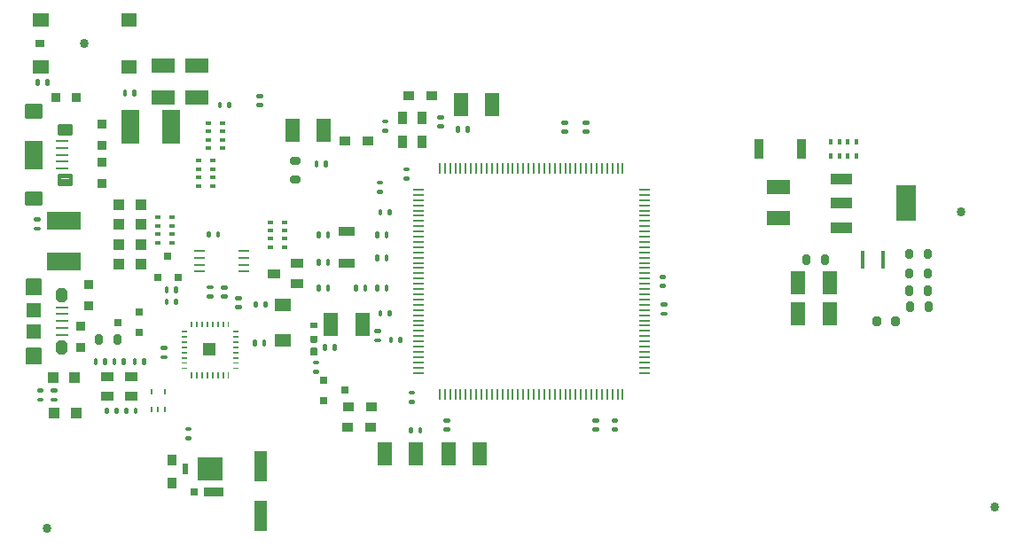
<source format=gbr>
G04 EAGLE Gerber RS-274X export*
G75*
%MOMM*%
%FSLAX34Y34*%
%LPD*%
%INSolderpaste Top*%
%IPPOS*%
%AMOC8*
5,1,8,0,0,1.08239X$1,22.5*%
G01*
%ADD10R,1.247600X2.847600*%
%ADD11R,1.047600X1.047600*%
%ADD12C,0.863600*%
%ADD13R,1.710000X3.210000*%
%ADD14R,0.635000X0.736600*%
%ADD15C,0.305816*%
%ADD16R,0.497600X0.347600*%
%ADD17R,0.889000X0.762000*%
%ADD18C,0.062378*%
%ADD19R,1.047600X0.147600*%
%ADD20R,1.647600X0.947600*%
%ADD21R,2.082800X1.066800*%
%ADD22R,1.980000X3.380000*%
%ADD23R,0.847600X0.847600*%
%ADD24C,0.566959*%
%ADD25R,0.897600X1.147600*%
%ADD26R,1.047600X0.847600*%
%ADD27R,0.747600X0.547600*%
%ADD28R,2.240000X1.440000*%
%ADD29R,0.147600X1.047600*%
%ADD30R,1.440000X2.240000*%
%ADD31R,0.863600X1.828800*%
%ADD32R,1.247600X0.847600*%
%ADD33R,0.847600X1.047600*%
%ADD34R,0.347600X0.497600*%
%ADD35C,0.075000*%
%ADD36R,1.197600X0.247600*%
%ADD37R,1.800000X2.700000*%
%ADD38C,0.367231*%
%ADD39C,0.296472*%
%ADD40R,3.210000X1.710000*%
%ADD41R,1.270000X1.270000*%
%ADD42C,0.071453*%
%ADD43R,1.647600X1.247600*%
%ADD44R,0.247600X0.547600*%
%ADD45R,0.736600X0.635000*%
%ADD46R,1.147600X0.897600*%
%ADD47R,2.413000X2.286000*%
%ADD48R,0.609600X1.117600*%
%ADD49R,1.847600X0.947600*%
%ADD50R,0.647600X0.647600*%
%ADD51R,0.547600X0.097600*%
%ADD52R,0.947600X0.097600*%
%ADD53R,0.097600X0.547600*%
%ADD54R,0.097600X0.947600*%
%ADD55R,0.447600X1.797600*%
%ADD56R,1.193800X0.254000*%
%ADD57C,0.163447*%
%ADD58C,0.860550*%
%ADD59R,1.371600X1.473200*%


D10*
X230378Y35944D03*
X230378Y83944D03*
D11*
X115910Y276860D03*
X94910Y276860D03*
D12*
X899160Y326804D03*
X26670Y24130D03*
X62230Y487680D03*
D11*
X115910Y333248D03*
X94910Y333248D03*
X115910Y314452D03*
X94910Y314452D03*
D13*
X144976Y407924D03*
X105976Y407924D03*
D11*
X115910Y295656D03*
X94910Y295656D03*
D14*
X141986Y284226D03*
X151638Y263906D03*
X132334Y263906D03*
D15*
X189870Y306573D02*
X190368Y306573D01*
X190368Y303535D01*
X189870Y303535D01*
X189870Y306573D01*
X189870Y306440D02*
X190368Y306440D01*
X181478Y306573D02*
X180980Y306573D01*
X181478Y306573D02*
X181478Y303535D01*
X180980Y303535D01*
X180980Y306573D01*
X180980Y306440D02*
X181478Y306440D01*
X183637Y245994D02*
X183637Y245496D01*
X180599Y245496D01*
X180599Y245994D01*
X183637Y245994D01*
X183637Y254386D02*
X183637Y254884D01*
X183637Y254386D02*
X180599Y254386D01*
X180599Y254884D01*
X183637Y254884D01*
D16*
X240138Y316800D03*
X240138Y308800D03*
X240138Y300800D03*
X240138Y292800D03*
X253638Y292800D03*
X253638Y300800D03*
X253638Y308800D03*
X253638Y316800D03*
X132188Y321372D03*
X132188Y313372D03*
X132188Y305372D03*
X132188Y297372D03*
X145688Y297372D03*
X145688Y305372D03*
X145688Y313372D03*
X145688Y321372D03*
D12*
X931926Y44958D03*
D17*
X19685Y487680D03*
D18*
X13304Y504254D02*
X27156Y504254D01*
X13304Y504254D02*
X13304Y516106D01*
X27156Y516106D01*
X27156Y504254D01*
X27156Y504847D02*
X13304Y504847D01*
X13304Y505440D02*
X27156Y505440D01*
X27156Y506033D02*
X13304Y506033D01*
X13304Y506626D02*
X27156Y506626D01*
X27156Y507219D02*
X13304Y507219D01*
X13304Y507812D02*
X27156Y507812D01*
X27156Y508405D02*
X13304Y508405D01*
X13304Y508998D02*
X27156Y508998D01*
X27156Y509591D02*
X13304Y509591D01*
X13304Y510184D02*
X27156Y510184D01*
X27156Y510777D02*
X13304Y510777D01*
X13304Y511370D02*
X27156Y511370D01*
X27156Y511963D02*
X13304Y511963D01*
X13304Y512556D02*
X27156Y512556D01*
X27156Y513149D02*
X13304Y513149D01*
X13304Y513742D02*
X27156Y513742D01*
X27156Y514335D02*
X13304Y514335D01*
X13304Y514928D02*
X27156Y514928D01*
X27156Y515521D02*
X13304Y515521D01*
X97304Y504254D02*
X111156Y504254D01*
X97304Y504254D02*
X97304Y516106D01*
X111156Y516106D01*
X111156Y504254D01*
X111156Y504847D02*
X97304Y504847D01*
X97304Y505440D02*
X111156Y505440D01*
X111156Y506033D02*
X97304Y506033D01*
X97304Y506626D02*
X111156Y506626D01*
X111156Y507219D02*
X97304Y507219D01*
X97304Y507812D02*
X111156Y507812D01*
X111156Y508405D02*
X97304Y508405D01*
X97304Y508998D02*
X111156Y508998D01*
X111156Y509591D02*
X97304Y509591D01*
X97304Y510184D02*
X111156Y510184D01*
X111156Y510777D02*
X97304Y510777D01*
X97304Y511370D02*
X111156Y511370D01*
X111156Y511963D02*
X97304Y511963D01*
X97304Y512556D02*
X111156Y512556D01*
X111156Y513149D02*
X97304Y513149D01*
X97304Y513742D02*
X111156Y513742D01*
X111156Y514335D02*
X97304Y514335D01*
X97304Y514928D02*
X111156Y514928D01*
X111156Y515521D02*
X97304Y515521D01*
X27156Y459254D02*
X13304Y459254D01*
X13304Y471106D01*
X27156Y471106D01*
X27156Y459254D01*
X27156Y459847D02*
X13304Y459847D01*
X13304Y460440D02*
X27156Y460440D01*
X27156Y461033D02*
X13304Y461033D01*
X13304Y461626D02*
X27156Y461626D01*
X27156Y462219D02*
X13304Y462219D01*
X13304Y462812D02*
X27156Y462812D01*
X27156Y463405D02*
X13304Y463405D01*
X13304Y463998D02*
X27156Y463998D01*
X27156Y464591D02*
X13304Y464591D01*
X13304Y465184D02*
X27156Y465184D01*
X27156Y465777D02*
X13304Y465777D01*
X13304Y466370D02*
X27156Y466370D01*
X27156Y466963D02*
X13304Y466963D01*
X13304Y467556D02*
X27156Y467556D01*
X27156Y468149D02*
X13304Y468149D01*
X13304Y468742D02*
X27156Y468742D01*
X27156Y469335D02*
X13304Y469335D01*
X13304Y469928D02*
X27156Y469928D01*
X27156Y470521D02*
X13304Y470521D01*
X97304Y459254D02*
X111156Y459254D01*
X97304Y459254D02*
X97304Y471106D01*
X111156Y471106D01*
X111156Y459254D01*
X111156Y459847D02*
X97304Y459847D01*
X97304Y460440D02*
X111156Y460440D01*
X111156Y461033D02*
X97304Y461033D01*
X97304Y461626D02*
X111156Y461626D01*
X111156Y462219D02*
X97304Y462219D01*
X97304Y462812D02*
X111156Y462812D01*
X111156Y463405D02*
X97304Y463405D01*
X97304Y463998D02*
X111156Y463998D01*
X111156Y464591D02*
X97304Y464591D01*
X97304Y465184D02*
X111156Y465184D01*
X111156Y465777D02*
X97304Y465777D01*
X97304Y466370D02*
X111156Y466370D01*
X111156Y466963D02*
X97304Y466963D01*
X97304Y467556D02*
X111156Y467556D01*
X111156Y468149D02*
X97304Y468149D01*
X97304Y468742D02*
X111156Y468742D01*
X111156Y469335D02*
X97304Y469335D01*
X97304Y469928D02*
X111156Y469928D01*
X111156Y470521D02*
X97304Y470521D01*
D16*
X194202Y387288D03*
X194202Y395288D03*
X194202Y403288D03*
X194202Y411288D03*
X180702Y411288D03*
X180702Y403288D03*
X180702Y395288D03*
X180702Y387288D03*
D19*
X214678Y269640D03*
X214678Y276140D03*
X214678Y282640D03*
X214678Y289140D03*
X172428Y289140D03*
X172428Y282640D03*
X172428Y276140D03*
X172428Y269640D03*
D20*
X312928Y277108D03*
X312928Y308108D03*
D15*
X295270Y279903D02*
X294772Y279903D01*
X295270Y279903D02*
X295270Y276865D01*
X294772Y276865D01*
X294772Y279903D01*
X294772Y279770D02*
X295270Y279770D01*
X286380Y279903D02*
X285882Y279903D01*
X286380Y279903D02*
X286380Y276865D01*
X285882Y276865D01*
X285882Y279903D01*
X285882Y279770D02*
X286380Y279770D01*
X294772Y306319D02*
X295270Y306319D01*
X295270Y303281D01*
X294772Y303281D01*
X294772Y306319D01*
X294772Y306186D02*
X295270Y306186D01*
X286380Y306319D02*
X285882Y306319D01*
X286380Y306319D02*
X286380Y303281D01*
X285882Y303281D01*
X285882Y306319D01*
X285882Y306186D02*
X286380Y306186D01*
D21*
X785368Y357886D03*
X785368Y334772D03*
X785368Y311658D03*
D22*
X847346Y334772D03*
D15*
X351023Y403738D02*
X351023Y404236D01*
X351023Y403738D02*
X347985Y403738D01*
X347985Y404236D01*
X351023Y404236D01*
X351023Y412628D02*
X351023Y413126D01*
X351023Y412628D02*
X347985Y412628D01*
X347985Y413126D01*
X351023Y413126D01*
X403855Y408300D02*
X403855Y407802D01*
X400817Y407802D01*
X400817Y408300D01*
X403855Y408300D01*
X403855Y416692D02*
X403855Y417190D01*
X403855Y416692D02*
X400817Y416692D01*
X400817Y417190D01*
X403855Y417190D01*
D23*
X79248Y373728D03*
X79248Y353728D03*
X79248Y390304D03*
X79248Y410304D03*
D24*
X265047Y358781D02*
X265047Y356991D01*
X261241Y356991D01*
X261241Y358781D01*
X265047Y358781D01*
X265047Y374771D02*
X265047Y376561D01*
X265047Y374771D02*
X261241Y374771D01*
X261241Y376561D01*
X265047Y376561D01*
D15*
X292740Y373883D02*
X293238Y373883D01*
X293238Y370845D01*
X292740Y370845D01*
X292740Y373883D01*
X292740Y373750D02*
X293238Y373750D01*
X284348Y373883D02*
X283850Y373883D01*
X284348Y373883D02*
X284348Y370845D01*
X283850Y370845D01*
X283850Y373883D01*
X283850Y373750D02*
X284348Y373750D01*
D25*
X365908Y416630D03*
X365908Y393630D03*
X384408Y393630D03*
X384408Y416630D03*
D26*
X313612Y120904D03*
X335612Y120904D03*
D15*
X409951Y118740D02*
X409951Y118242D01*
X406913Y118242D01*
X406913Y118740D01*
X409951Y118740D01*
X409951Y127132D02*
X409951Y127630D01*
X409951Y127132D02*
X406913Y127132D01*
X406913Y127630D01*
X409951Y127630D01*
D27*
X281432Y218336D03*
X281432Y205336D03*
X281432Y192336D03*
D15*
X282951Y194442D02*
X282951Y194940D01*
X282951Y194442D02*
X279913Y194442D01*
X279913Y194940D01*
X282951Y194940D01*
X282951Y203332D02*
X282951Y203830D01*
X282951Y203332D02*
X279913Y203332D01*
X279913Y203830D01*
X282951Y203830D01*
D16*
X171050Y375474D03*
X171050Y367474D03*
X171050Y359474D03*
X171050Y351474D03*
X184550Y351474D03*
X184550Y359474D03*
X184550Y367474D03*
X184550Y375474D03*
D28*
X725424Y320280D03*
X725424Y350280D03*
D15*
X371343Y358018D02*
X371343Y358516D01*
X371343Y358018D02*
X368305Y358018D01*
X368305Y358516D01*
X371343Y358516D01*
X371343Y366908D02*
X371343Y367406D01*
X371343Y366908D02*
X368305Y366908D01*
X368305Y367406D01*
X371343Y367406D01*
X342905Y354706D02*
X342905Y354208D01*
X342905Y354706D02*
X345943Y354706D01*
X345943Y354208D01*
X342905Y354208D01*
X342905Y345816D02*
X342905Y345318D01*
X342905Y345816D02*
X345943Y345816D01*
X345943Y345318D01*
X342905Y345318D01*
X342260Y280929D02*
X341762Y280929D01*
X341762Y283967D01*
X342260Y283967D01*
X342260Y280929D01*
X342260Y283834D02*
X341762Y283834D01*
X350652Y280929D02*
X351150Y280929D01*
X350652Y280929D02*
X350652Y283967D01*
X351150Y283967D01*
X351150Y280929D01*
X351150Y283834D02*
X350652Y283834D01*
D29*
X576450Y368350D03*
X571450Y368350D03*
X566450Y368350D03*
X561450Y368350D03*
X556450Y368350D03*
X551450Y368350D03*
X546450Y368350D03*
X541450Y368350D03*
X536450Y368350D03*
X531450Y368350D03*
X526450Y368350D03*
X521450Y368350D03*
X516450Y368350D03*
X511450Y368350D03*
X506450Y368350D03*
X501450Y368350D03*
X496450Y368350D03*
X491450Y368350D03*
X486450Y368350D03*
X481450Y368350D03*
X476450Y368350D03*
X471450Y368350D03*
X466450Y368350D03*
X461450Y368350D03*
X456450Y368350D03*
X451450Y368350D03*
X446450Y368350D03*
X441450Y368350D03*
X436450Y368350D03*
X431450Y368350D03*
X426450Y368350D03*
X421450Y368350D03*
X416450Y368350D03*
X411450Y368350D03*
X406450Y368350D03*
X401450Y368350D03*
D19*
X380950Y347850D03*
X380950Y342850D03*
X380950Y337850D03*
X380950Y332850D03*
X380950Y327850D03*
X380950Y322850D03*
X380950Y317850D03*
X380950Y312850D03*
X380950Y307850D03*
X380950Y302850D03*
X380950Y297850D03*
X380950Y292850D03*
X380950Y287850D03*
X380950Y282850D03*
X380950Y277850D03*
X380950Y272850D03*
X380950Y267850D03*
X380950Y262850D03*
X380950Y257850D03*
X380950Y252850D03*
X380950Y247850D03*
X380950Y242850D03*
X380950Y237850D03*
X380950Y232850D03*
X380950Y227850D03*
X380950Y222850D03*
X380950Y217850D03*
X380950Y212850D03*
X380950Y207850D03*
X380950Y202850D03*
X380950Y197850D03*
X380950Y192850D03*
X380950Y187850D03*
X380950Y182850D03*
X380950Y177850D03*
X380950Y172850D03*
D29*
X401450Y152350D03*
X406450Y152350D03*
X411450Y152350D03*
X416450Y152350D03*
X421450Y152350D03*
X426450Y152350D03*
X431450Y152350D03*
X436450Y152350D03*
X441450Y152350D03*
X446450Y152350D03*
X451450Y152350D03*
X456450Y152350D03*
X461450Y152350D03*
X466450Y152350D03*
X471450Y152350D03*
X476450Y152350D03*
X481450Y152350D03*
X486450Y152350D03*
X491450Y152350D03*
X496450Y152350D03*
X501450Y152350D03*
X506450Y152350D03*
X511450Y152350D03*
X516450Y152350D03*
X521450Y152350D03*
X526450Y152350D03*
X531450Y152350D03*
X536450Y152350D03*
X541450Y152350D03*
X546450Y152350D03*
X551450Y152350D03*
X556450Y152350D03*
X561450Y152350D03*
X566450Y152350D03*
X571450Y152350D03*
X576450Y152350D03*
D19*
X596950Y172850D03*
X596950Y177850D03*
X596950Y182850D03*
X596950Y187850D03*
X596950Y192850D03*
X596950Y197850D03*
X596950Y202850D03*
X596950Y207850D03*
X596950Y212850D03*
X596950Y217850D03*
X596950Y222850D03*
X596950Y227850D03*
X596950Y232850D03*
X596950Y237850D03*
X596950Y242850D03*
X596950Y247850D03*
X596950Y252850D03*
X596950Y257850D03*
X596950Y262850D03*
X596950Y267850D03*
X596950Y272850D03*
X596950Y277850D03*
X596950Y282850D03*
X596950Y287850D03*
X596950Y292850D03*
X596950Y297850D03*
X596950Y302850D03*
X596950Y307850D03*
X596950Y312850D03*
X596950Y317850D03*
X596950Y322850D03*
X596950Y327850D03*
X596950Y332850D03*
X596950Y337850D03*
X596950Y342850D03*
X596950Y347850D03*
D30*
X348728Y95504D03*
X378728Y95504D03*
D15*
X355468Y202697D02*
X354970Y202697D01*
X354970Y205735D01*
X355468Y205735D01*
X355468Y202697D01*
X355468Y205602D02*
X354970Y205602D01*
X363860Y202697D02*
X364358Y202697D01*
X363860Y202697D02*
X363860Y205735D01*
X364358Y205735D01*
X364358Y202697D01*
X364358Y205602D02*
X363860Y205602D01*
D30*
X327674Y218694D03*
X297674Y218694D03*
D15*
X343911Y204084D02*
X343911Y203586D01*
X340873Y203586D01*
X340873Y204084D01*
X343911Y204084D01*
X343911Y212476D02*
X343911Y212974D01*
X343911Y212476D02*
X340873Y212476D01*
X340873Y212974D01*
X343911Y212974D01*
X540009Y411612D02*
X540009Y412110D01*
X543047Y412110D01*
X543047Y411612D01*
X540009Y411612D01*
X540009Y403220D02*
X540009Y402722D01*
X540009Y403220D02*
X543047Y403220D01*
X543047Y402722D01*
X540009Y402722D01*
X342260Y303281D02*
X341762Y303281D01*
X341762Y306319D01*
X342260Y306319D01*
X342260Y303281D01*
X342260Y306186D02*
X341762Y306186D01*
X350652Y303281D02*
X351150Y303281D01*
X350652Y303281D02*
X350652Y306319D01*
X351150Y306319D01*
X351150Y303281D01*
X351150Y306186D02*
X350652Y306186D01*
X342260Y252481D02*
X341762Y252481D01*
X341762Y255519D01*
X342260Y255519D01*
X342260Y252481D01*
X342260Y255386D02*
X341762Y255386D01*
X350652Y252481D02*
X351150Y252481D01*
X350652Y252481D02*
X350652Y255519D01*
X351150Y255519D01*
X351150Y252481D01*
X351150Y255386D02*
X350652Y255386D01*
X552191Y118740D02*
X552191Y118242D01*
X549153Y118242D01*
X549153Y118740D01*
X552191Y118740D01*
X552191Y127132D02*
X552191Y127630D01*
X552191Y127132D02*
X549153Y127132D01*
X549153Y127630D01*
X552191Y127630D01*
X617215Y228986D02*
X617215Y229484D01*
X617215Y228986D02*
X614177Y228986D01*
X614177Y229484D01*
X617215Y229484D01*
X617215Y237876D02*
X617215Y238374D01*
X617215Y237876D02*
X614177Y237876D01*
X614177Y238374D01*
X617215Y238374D01*
X383383Y119451D02*
X382885Y119451D01*
X383383Y119451D02*
X383383Y116413D01*
X382885Y116413D01*
X382885Y119451D01*
X382885Y119318D02*
X383383Y119318D01*
X374493Y119451D02*
X373995Y119451D01*
X374493Y119451D02*
X374493Y116413D01*
X373995Y116413D01*
X373995Y119451D01*
X373995Y119318D02*
X374493Y119318D01*
X519689Y411612D02*
X519689Y412110D01*
X522727Y412110D01*
X522727Y411612D01*
X519689Y411612D01*
X519689Y403220D02*
X519689Y402722D01*
X519689Y403220D02*
X522727Y403220D01*
X522727Y402722D01*
X519689Y402722D01*
X345308Y228097D02*
X344810Y228097D01*
X344810Y231135D01*
X345308Y231135D01*
X345308Y228097D01*
X345308Y231002D02*
X344810Y231002D01*
X353700Y228097D02*
X354198Y228097D01*
X353700Y228097D02*
X353700Y231135D01*
X354198Y231135D01*
X354198Y228097D01*
X354198Y231002D02*
X353700Y231002D01*
X570479Y118740D02*
X570479Y118242D01*
X567441Y118242D01*
X567441Y118740D01*
X570479Y118740D01*
X570479Y127132D02*
X570479Y127630D01*
X570479Y127132D02*
X567441Y127132D01*
X567441Y127630D01*
X570479Y127630D01*
X613161Y264292D02*
X613161Y264790D01*
X616199Y264790D01*
X616199Y264292D01*
X613161Y264292D01*
X613161Y255900D02*
X613161Y255402D01*
X613161Y255900D02*
X616199Y255900D01*
X616199Y255402D01*
X613161Y255402D01*
X345308Y324617D02*
X344810Y324617D01*
X344810Y327655D01*
X345308Y327655D01*
X345308Y324617D01*
X345308Y327522D02*
X344810Y327522D01*
X353700Y324617D02*
X354198Y324617D01*
X353700Y324617D02*
X353700Y327655D01*
X354198Y327655D01*
X354198Y324617D01*
X354198Y327522D02*
X353700Y327522D01*
X376423Y145156D02*
X376423Y144658D01*
X373385Y144658D01*
X373385Y145156D01*
X376423Y145156D01*
X376423Y153548D02*
X376423Y154046D01*
X376423Y153548D02*
X373385Y153548D01*
X373385Y154046D01*
X376423Y154046D01*
D26*
X314120Y140208D03*
X336120Y140208D03*
X333072Y394208D03*
X311072Y394208D03*
D30*
X409688Y95504D03*
X439688Y95504D03*
X291098Y404368D03*
X261098Y404368D03*
D26*
X372032Y437896D03*
X394032Y437896D03*
D15*
X427868Y406903D02*
X428366Y406903D01*
X428366Y403865D01*
X427868Y403865D01*
X427868Y406903D01*
X427868Y406770D02*
X428366Y406770D01*
X419476Y406903D02*
X418978Y406903D01*
X419476Y406903D02*
X419476Y403865D01*
X418978Y403865D01*
X418978Y406903D01*
X418978Y406770D02*
X419476Y406770D01*
D30*
X421880Y428752D03*
X451880Y428752D03*
D31*
X746760Y387096D03*
X706755Y387096D03*
D32*
X265000Y258216D03*
X265000Y277216D03*
X243000Y267716D03*
D15*
X294772Y255519D02*
X295270Y255519D01*
X295270Y252481D01*
X294772Y252481D01*
X294772Y255519D01*
X294772Y255386D02*
X295270Y255386D01*
X286380Y255519D02*
X285882Y255519D01*
X286380Y255519D02*
X286380Y252481D01*
X285882Y252481D01*
X285882Y255519D01*
X285882Y255386D02*
X286380Y255386D01*
D33*
X146304Y67740D03*
X146304Y89740D03*
D15*
X300868Y198623D02*
X301366Y198623D01*
X301366Y195585D01*
X300868Y195585D01*
X300868Y198623D01*
X300868Y198490D02*
X301366Y198490D01*
X292476Y198623D02*
X291978Y198623D01*
X292476Y198623D02*
X292476Y195585D01*
X291978Y195585D01*
X291978Y198623D01*
X291978Y198490D02*
X292476Y198490D01*
X231135Y428122D02*
X231135Y428620D01*
X231135Y428122D02*
X228097Y428122D01*
X228097Y428620D01*
X231135Y428620D01*
X231135Y437012D02*
X231135Y437510D01*
X231135Y437012D02*
X228097Y437012D01*
X228097Y437510D01*
X231135Y437510D01*
X27046Y451607D02*
X26548Y451607D01*
X27046Y451607D02*
X27046Y448569D01*
X26548Y448569D01*
X26548Y451607D01*
X26548Y451474D02*
X27046Y451474D01*
X18156Y451607D02*
X17658Y451607D01*
X18156Y451607D02*
X18156Y448569D01*
X17658Y448569D01*
X17658Y451607D01*
X17658Y451474D02*
X18156Y451474D01*
X330332Y255519D02*
X330830Y255519D01*
X330830Y252481D01*
X330332Y252481D01*
X330332Y255519D01*
X330332Y255386D02*
X330830Y255386D01*
X321940Y255519D02*
X321442Y255519D01*
X321940Y255519D02*
X321940Y252481D01*
X321442Y252481D01*
X321442Y255519D01*
X321442Y255386D02*
X321940Y255386D01*
D28*
X169672Y436104D03*
X169672Y466104D03*
X137160Y436104D03*
X137160Y466104D03*
D34*
X799400Y393846D03*
X791400Y393846D03*
X783400Y393846D03*
X775400Y393846D03*
X775400Y380346D03*
X783400Y380346D03*
X791400Y380346D03*
X799400Y380346D03*
D35*
X19220Y419000D02*
X8720Y419000D01*
D36*
X40970Y394000D03*
X40970Y387500D03*
X40970Y381000D03*
X40970Y374500D03*
X40970Y368000D03*
D37*
X13970Y381000D03*
D38*
X38568Y401098D02*
X49372Y401098D01*
X38568Y401098D02*
X38568Y408902D01*
X49372Y408902D01*
X49372Y401098D01*
X49372Y404586D02*
X38568Y404586D01*
X38568Y408074D02*
X49372Y408074D01*
X49372Y353098D02*
X38568Y353098D01*
X38568Y360902D01*
X49372Y360902D01*
X49372Y353098D01*
X49372Y356586D02*
X38568Y356586D01*
X38568Y360074D02*
X49372Y360074D01*
D39*
X20726Y417494D02*
X7214Y417494D01*
X7214Y428006D01*
X20726Y428006D01*
X20726Y417494D01*
X20726Y420311D02*
X7214Y420311D01*
X7214Y423128D02*
X20726Y423128D01*
X20726Y425945D02*
X7214Y425945D01*
X7214Y333994D02*
X20726Y333994D01*
X7214Y333994D02*
X7214Y344506D01*
X20726Y344506D01*
X20726Y333994D01*
X20726Y336811D02*
X7214Y336811D01*
X7214Y339628D02*
X20726Y339628D01*
X20726Y342445D02*
X7214Y342445D01*
D15*
X18791Y310764D02*
X18791Y310266D01*
X15753Y310266D01*
X15753Y310764D01*
X18791Y310764D01*
X18791Y319156D02*
X18791Y319654D01*
X18791Y319156D02*
X15753Y319156D01*
X15753Y319654D01*
X18791Y319654D01*
D11*
X32172Y168656D03*
X53172Y168656D03*
X33188Y134112D03*
X54188Y134112D03*
D40*
X42672Y318204D03*
X42672Y279204D03*
D15*
X139695Y187828D02*
X139695Y187330D01*
X136657Y187330D01*
X136657Y187828D01*
X139695Y187828D01*
X139695Y196220D02*
X139695Y196718D01*
X139695Y196220D02*
X136657Y196220D01*
X136657Y196718D01*
X139695Y196718D01*
X197607Y245242D02*
X197607Y245740D01*
X197607Y245242D02*
X194569Y245242D01*
X194569Y245740D01*
X197607Y245740D01*
X197607Y254132D02*
X197607Y254630D01*
X197607Y254132D02*
X194569Y254132D01*
X194569Y254630D01*
X197607Y254630D01*
D41*
X181864Y195072D03*
D42*
X159745Y212291D02*
X159745Y212853D01*
X159745Y212291D02*
X154983Y212291D01*
X154983Y212853D01*
X159745Y212853D01*
X159745Y207853D02*
X159745Y207291D01*
X154983Y207291D01*
X154983Y207853D01*
X159745Y207853D01*
X159745Y202853D02*
X159745Y202291D01*
X154983Y202291D01*
X154983Y202853D01*
X159745Y202853D01*
X159745Y197853D02*
X159745Y197291D01*
X154983Y197291D01*
X154983Y197853D01*
X159745Y197853D01*
X159745Y192853D02*
X159745Y192291D01*
X154983Y192291D01*
X154983Y192853D01*
X159745Y192853D01*
X159745Y187853D02*
X159745Y187291D01*
X154983Y187291D01*
X154983Y187853D01*
X159745Y187853D01*
X159745Y182853D02*
X159745Y182291D01*
X154983Y182291D01*
X154983Y182853D01*
X159745Y182853D01*
X159745Y177853D02*
X159745Y177291D01*
X154983Y177291D01*
X154983Y177853D01*
X159745Y177853D01*
X164083Y172953D02*
X164645Y172953D01*
X164645Y168191D01*
X164083Y168191D01*
X164083Y172953D01*
X164083Y168870D02*
X164645Y168870D01*
X164645Y169549D02*
X164083Y169549D01*
X164083Y170228D02*
X164645Y170228D01*
X164645Y170907D02*
X164083Y170907D01*
X164083Y171586D02*
X164645Y171586D01*
X164645Y172265D02*
X164083Y172265D01*
X164083Y172944D02*
X164645Y172944D01*
X169083Y172953D02*
X169645Y172953D01*
X169645Y168191D01*
X169083Y168191D01*
X169083Y172953D01*
X169083Y168870D02*
X169645Y168870D01*
X169645Y169549D02*
X169083Y169549D01*
X169083Y170228D02*
X169645Y170228D01*
X169645Y170907D02*
X169083Y170907D01*
X169083Y171586D02*
X169645Y171586D01*
X169645Y172265D02*
X169083Y172265D01*
X169083Y172944D02*
X169645Y172944D01*
X174083Y172953D02*
X174645Y172953D01*
X174645Y168191D01*
X174083Y168191D01*
X174083Y172953D01*
X174083Y168870D02*
X174645Y168870D01*
X174645Y169549D02*
X174083Y169549D01*
X174083Y170228D02*
X174645Y170228D01*
X174645Y170907D02*
X174083Y170907D01*
X174083Y171586D02*
X174645Y171586D01*
X174645Y172265D02*
X174083Y172265D01*
X174083Y172944D02*
X174645Y172944D01*
X179083Y172953D02*
X179645Y172953D01*
X179645Y168191D01*
X179083Y168191D01*
X179083Y172953D01*
X179083Y168870D02*
X179645Y168870D01*
X179645Y169549D02*
X179083Y169549D01*
X179083Y170228D02*
X179645Y170228D01*
X179645Y170907D02*
X179083Y170907D01*
X179083Y171586D02*
X179645Y171586D01*
X179645Y172265D02*
X179083Y172265D01*
X179083Y172944D02*
X179645Y172944D01*
X184083Y172953D02*
X184645Y172953D01*
X184645Y168191D01*
X184083Y168191D01*
X184083Y172953D01*
X184083Y168870D02*
X184645Y168870D01*
X184645Y169549D02*
X184083Y169549D01*
X184083Y170228D02*
X184645Y170228D01*
X184645Y170907D02*
X184083Y170907D01*
X184083Y171586D02*
X184645Y171586D01*
X184645Y172265D02*
X184083Y172265D01*
X184083Y172944D02*
X184645Y172944D01*
X189083Y172953D02*
X189645Y172953D01*
X189645Y168191D01*
X189083Y168191D01*
X189083Y172953D01*
X189083Y168870D02*
X189645Y168870D01*
X189645Y169549D02*
X189083Y169549D01*
X189083Y170228D02*
X189645Y170228D01*
X189645Y170907D02*
X189083Y170907D01*
X189083Y171586D02*
X189645Y171586D01*
X189645Y172265D02*
X189083Y172265D01*
X189083Y172944D02*
X189645Y172944D01*
X194083Y172953D02*
X194645Y172953D01*
X194645Y168191D01*
X194083Y168191D01*
X194083Y172953D01*
X194083Y168870D02*
X194645Y168870D01*
X194645Y169549D02*
X194083Y169549D01*
X194083Y170228D02*
X194645Y170228D01*
X194645Y170907D02*
X194083Y170907D01*
X194083Y171586D02*
X194645Y171586D01*
X194645Y172265D02*
X194083Y172265D01*
X194083Y172944D02*
X194645Y172944D01*
X199083Y172953D02*
X199645Y172953D01*
X199645Y168191D01*
X199083Y168191D01*
X199083Y172953D01*
X199083Y168870D02*
X199645Y168870D01*
X199645Y169549D02*
X199083Y169549D01*
X199083Y170228D02*
X199645Y170228D01*
X199645Y170907D02*
X199083Y170907D01*
X199083Y171586D02*
X199645Y171586D01*
X199645Y172265D02*
X199083Y172265D01*
X199083Y172944D02*
X199645Y172944D01*
X208745Y177291D02*
X208745Y177853D01*
X208745Y177291D02*
X203983Y177291D01*
X203983Y177853D01*
X208745Y177853D01*
X208745Y182291D02*
X208745Y182853D01*
X208745Y182291D02*
X203983Y182291D01*
X203983Y182853D01*
X208745Y182853D01*
X208745Y187291D02*
X208745Y187853D01*
X208745Y187291D02*
X203983Y187291D01*
X203983Y187853D01*
X208745Y187853D01*
X208745Y192291D02*
X208745Y192853D01*
X208745Y192291D02*
X203983Y192291D01*
X203983Y192853D01*
X208745Y192853D01*
X208745Y197291D02*
X208745Y197853D01*
X208745Y197291D02*
X203983Y197291D01*
X203983Y197853D01*
X208745Y197853D01*
X208745Y202291D02*
X208745Y202853D01*
X208745Y202291D02*
X203983Y202291D01*
X203983Y202853D01*
X208745Y202853D01*
X208745Y207291D02*
X208745Y207853D01*
X208745Y207291D02*
X203983Y207291D01*
X203983Y207853D01*
X208745Y207853D01*
X208745Y212291D02*
X208745Y212853D01*
X208745Y212291D02*
X203983Y212291D01*
X203983Y212853D01*
X208745Y212853D01*
X199645Y221953D02*
X199083Y221953D01*
X199645Y221953D02*
X199645Y217191D01*
X199083Y217191D01*
X199083Y221953D01*
X199083Y217870D02*
X199645Y217870D01*
X199645Y218549D02*
X199083Y218549D01*
X199083Y219228D02*
X199645Y219228D01*
X199645Y219907D02*
X199083Y219907D01*
X199083Y220586D02*
X199645Y220586D01*
X199645Y221265D02*
X199083Y221265D01*
X199083Y221944D02*
X199645Y221944D01*
X194645Y221953D02*
X194083Y221953D01*
X194645Y221953D02*
X194645Y217191D01*
X194083Y217191D01*
X194083Y221953D01*
X194083Y217870D02*
X194645Y217870D01*
X194645Y218549D02*
X194083Y218549D01*
X194083Y219228D02*
X194645Y219228D01*
X194645Y219907D02*
X194083Y219907D01*
X194083Y220586D02*
X194645Y220586D01*
X194645Y221265D02*
X194083Y221265D01*
X194083Y221944D02*
X194645Y221944D01*
X189645Y221953D02*
X189083Y221953D01*
X189645Y221953D02*
X189645Y217191D01*
X189083Y217191D01*
X189083Y221953D01*
X189083Y217870D02*
X189645Y217870D01*
X189645Y218549D02*
X189083Y218549D01*
X189083Y219228D02*
X189645Y219228D01*
X189645Y219907D02*
X189083Y219907D01*
X189083Y220586D02*
X189645Y220586D01*
X189645Y221265D02*
X189083Y221265D01*
X189083Y221944D02*
X189645Y221944D01*
X184645Y221953D02*
X184083Y221953D01*
X184645Y221953D02*
X184645Y217191D01*
X184083Y217191D01*
X184083Y221953D01*
X184083Y217870D02*
X184645Y217870D01*
X184645Y218549D02*
X184083Y218549D01*
X184083Y219228D02*
X184645Y219228D01*
X184645Y219907D02*
X184083Y219907D01*
X184083Y220586D02*
X184645Y220586D01*
X184645Y221265D02*
X184083Y221265D01*
X184083Y221944D02*
X184645Y221944D01*
X179645Y221953D02*
X179083Y221953D01*
X179645Y221953D02*
X179645Y217191D01*
X179083Y217191D01*
X179083Y221953D01*
X179083Y217870D02*
X179645Y217870D01*
X179645Y218549D02*
X179083Y218549D01*
X179083Y219228D02*
X179645Y219228D01*
X179645Y219907D02*
X179083Y219907D01*
X179083Y220586D02*
X179645Y220586D01*
X179645Y221265D02*
X179083Y221265D01*
X179083Y221944D02*
X179645Y221944D01*
X174645Y221953D02*
X174083Y221953D01*
X174645Y221953D02*
X174645Y217191D01*
X174083Y217191D01*
X174083Y221953D01*
X174083Y217870D02*
X174645Y217870D01*
X174645Y218549D02*
X174083Y218549D01*
X174083Y219228D02*
X174645Y219228D01*
X174645Y219907D02*
X174083Y219907D01*
X174083Y220586D02*
X174645Y220586D01*
X174645Y221265D02*
X174083Y221265D01*
X174083Y221944D02*
X174645Y221944D01*
X169645Y221953D02*
X169083Y221953D01*
X169645Y221953D02*
X169645Y217191D01*
X169083Y217191D01*
X169083Y221953D01*
X169083Y217870D02*
X169645Y217870D01*
X169645Y218549D02*
X169083Y218549D01*
X169083Y219228D02*
X169645Y219228D01*
X169645Y219907D02*
X169083Y219907D01*
X169083Y220586D02*
X169645Y220586D01*
X169645Y221265D02*
X169083Y221265D01*
X169083Y221944D02*
X169645Y221944D01*
X164645Y221953D02*
X164083Y221953D01*
X164645Y221953D02*
X164645Y217191D01*
X164083Y217191D01*
X164083Y221953D01*
X164083Y217870D02*
X164645Y217870D01*
X164645Y218549D02*
X164083Y218549D01*
X164083Y219228D02*
X164645Y219228D01*
X164645Y219907D02*
X164083Y219907D01*
X164083Y220586D02*
X164645Y220586D01*
X164645Y221265D02*
X164083Y221265D01*
X164083Y221944D02*
X164645Y221944D01*
D23*
X66040Y256888D03*
X66040Y236888D03*
X58928Y197264D03*
X58928Y217264D03*
D15*
X90810Y181869D02*
X91308Y181869D01*
X90810Y181869D02*
X90810Y184907D01*
X91308Y184907D01*
X91308Y181869D01*
X91308Y184774D02*
X90810Y184774D01*
X99700Y181869D02*
X100198Y181869D01*
X99700Y181869D02*
X99700Y184907D01*
X100198Y184907D01*
X100198Y181869D01*
X100198Y184774D02*
X99700Y184774D01*
X84196Y135017D02*
X83698Y135017D01*
X83698Y138055D01*
X84196Y138055D01*
X84196Y135017D01*
X84196Y137922D02*
X83698Y137922D01*
X92588Y135017D02*
X93086Y135017D01*
X92588Y135017D02*
X92588Y138055D01*
X93086Y138055D01*
X93086Y135017D01*
X93086Y137922D02*
X92588Y137922D01*
X110114Y181869D02*
X110612Y181869D01*
X110114Y181869D02*
X110114Y184907D01*
X110612Y184907D01*
X110612Y181869D01*
X110612Y184774D02*
X110114Y184774D01*
X119004Y181869D02*
X119502Y181869D01*
X119004Y181869D02*
X119004Y184907D01*
X119502Y184907D01*
X119502Y181869D01*
X119502Y184774D02*
X119004Y184774D01*
D43*
X251968Y203472D03*
X251968Y237472D03*
D15*
X226436Y236733D02*
X225938Y236733D01*
X225938Y239771D01*
X226436Y239771D01*
X226436Y236733D01*
X226436Y239638D02*
X225938Y239638D01*
X234828Y236733D02*
X235326Y236733D01*
X234828Y236733D02*
X234828Y239771D01*
X235326Y239771D01*
X235326Y236733D01*
X235326Y239638D02*
X234828Y239638D01*
X32009Y156078D02*
X32009Y155580D01*
X32009Y156078D02*
X35047Y156078D01*
X35047Y155580D01*
X32009Y155580D01*
X32009Y147188D02*
X32009Y146690D01*
X32009Y147188D02*
X35047Y147188D01*
X35047Y146690D01*
X32009Y146690D01*
X21839Y146690D02*
X21839Y147188D01*
X21839Y146690D02*
X18801Y146690D01*
X18801Y147188D01*
X21839Y147188D01*
X21839Y155580D02*
X21839Y156078D01*
X21839Y155580D02*
X18801Y155580D01*
X18801Y156078D01*
X21839Y156078D01*
X160053Y119262D02*
X160053Y118764D01*
X160053Y119262D02*
X163091Y119262D01*
X163091Y118764D01*
X160053Y118764D01*
X160053Y110372D02*
X160053Y109874D01*
X160053Y110372D02*
X163091Y110372D01*
X163091Y109874D01*
X160053Y109874D01*
X149982Y242311D02*
X149484Y242311D01*
X149982Y242311D02*
X149982Y239273D01*
X149484Y239273D01*
X149484Y242311D01*
X149484Y242178D02*
X149982Y242178D01*
X141092Y242311D02*
X140594Y242311D01*
X141092Y242311D02*
X141092Y239273D01*
X140594Y239273D01*
X140594Y242311D01*
X140594Y242178D02*
X141092Y242178D01*
X149484Y253487D02*
X149982Y253487D01*
X149982Y250449D01*
X149484Y250449D01*
X149484Y253487D01*
X149484Y253354D02*
X149982Y253354D01*
X141092Y253487D02*
X140594Y253487D01*
X141092Y253487D02*
X141092Y250449D01*
X140594Y250449D01*
X140594Y253487D01*
X140594Y253354D02*
X141092Y253354D01*
X210815Y235580D02*
X210815Y235082D01*
X207777Y235082D01*
X207777Y235580D01*
X210815Y235580D01*
X210815Y243972D02*
X210815Y244470D01*
X210815Y243972D02*
X207777Y243972D01*
X207777Y244470D01*
X210815Y244470D01*
D44*
X126132Y137500D03*
X132632Y137500D03*
X139132Y137500D03*
X139132Y154500D03*
X126132Y154500D03*
D15*
X200284Y430271D02*
X200782Y430271D01*
X200782Y427233D01*
X200284Y427233D01*
X200284Y430271D01*
X200284Y430138D02*
X200782Y430138D01*
X191892Y430271D02*
X191394Y430271D01*
X191892Y430271D02*
X191892Y427233D01*
X191394Y427233D01*
X191394Y430271D01*
X191394Y430138D02*
X191892Y430138D01*
X224922Y199649D02*
X225420Y199649D01*
X224922Y199649D02*
X224922Y202687D01*
X225420Y202687D01*
X225420Y199649D01*
X225420Y202554D02*
X224922Y202554D01*
X233812Y199649D02*
X234310Y199649D01*
X233812Y199649D02*
X233812Y202687D01*
X234310Y202687D01*
X234310Y199649D01*
X234310Y202554D02*
X233812Y202554D01*
D23*
X34704Y435864D03*
X54704Y435864D03*
D45*
X94488Y220980D03*
X114808Y230632D03*
X114808Y211328D03*
D46*
X84004Y150262D03*
X107004Y150262D03*
X107004Y168762D03*
X84004Y168762D03*
D15*
X109860Y441447D02*
X110358Y441447D01*
X110358Y438409D01*
X109860Y438409D01*
X109860Y441447D01*
X109860Y441314D02*
X110358Y441314D01*
X101468Y441447D02*
X100970Y441447D01*
X101468Y441447D02*
X101468Y438409D01*
X100970Y438409D01*
X100970Y441447D01*
X100970Y441314D02*
X101468Y441314D01*
X111084Y138055D02*
X111582Y138055D01*
X111582Y135017D01*
X111084Y135017D01*
X111084Y138055D01*
X111084Y137922D02*
X111582Y137922D01*
X102692Y138055D02*
X102194Y138055D01*
X102692Y138055D02*
X102692Y135017D01*
X102194Y135017D01*
X102194Y138055D01*
X102194Y137922D02*
X102692Y137922D01*
D45*
X311404Y156210D03*
X291084Y146558D03*
X291084Y165862D03*
D47*
X182260Y81280D03*
D48*
X158760Y81280D03*
D15*
X284983Y173614D02*
X284983Y174112D01*
X284983Y173614D02*
X281945Y173614D01*
X281945Y174112D01*
X284983Y174112D01*
X284983Y182504D02*
X284983Y183002D01*
X284983Y182504D02*
X281945Y182504D01*
X281945Y183002D01*
X284983Y183002D01*
D49*
X185816Y58928D03*
D50*
X166816Y58928D03*
D15*
X82418Y184907D02*
X81920Y184907D01*
X82418Y184907D02*
X82418Y181869D01*
X81920Y181869D01*
X81920Y184907D01*
X81920Y184774D02*
X82418Y184774D01*
X73528Y184907D02*
X73030Y184907D01*
X73528Y184907D02*
X73528Y181869D01*
X73030Y181869D01*
X73030Y184907D01*
X73030Y184774D02*
X73528Y184774D01*
D24*
X75051Y203329D02*
X76841Y203329D01*
X75051Y203329D02*
X75051Y207135D01*
X76841Y207135D01*
X76841Y203329D01*
X92831Y203329D02*
X94621Y203329D01*
X92831Y203329D02*
X92831Y207135D01*
X94621Y207135D01*
X94621Y203329D01*
D30*
X773952Y229362D03*
X743952Y229362D03*
X773952Y258572D03*
X743952Y258572D03*
D24*
X767963Y279529D02*
X767963Y283335D01*
X769753Y283335D01*
X769753Y279529D01*
X767963Y279529D01*
X750183Y279529D02*
X750183Y283335D01*
X751973Y283335D01*
X751973Y279529D01*
X750183Y279529D01*
D51*
X829840Y252724D03*
D52*
X827840Y259224D03*
X827840Y265724D03*
D51*
X829840Y272224D03*
X829840Y280724D03*
X829840Y289224D03*
X800840Y289224D03*
X800840Y280724D03*
X800840Y272224D03*
D52*
X802840Y265724D03*
X802840Y259224D03*
D51*
X800840Y252724D03*
D53*
X802840Y243724D03*
X807840Y243724D03*
D54*
X812840Y245724D03*
X817840Y245724D03*
D53*
X822840Y243724D03*
X827840Y243724D03*
D55*
X825340Y280724D03*
X805340Y280724D03*
D24*
X866769Y288669D02*
X868559Y288669D01*
X868559Y284863D01*
X866769Y284863D01*
X866769Y288669D01*
X850779Y288669D02*
X848989Y288669D01*
X850779Y288669D02*
X850779Y284863D01*
X848989Y284863D01*
X848989Y288669D01*
X866769Y269873D02*
X868559Y269873D01*
X868559Y266067D01*
X866769Y266067D01*
X866769Y269873D01*
X850779Y269873D02*
X848989Y269873D01*
X850779Y269873D02*
X850779Y266067D01*
X848989Y266067D01*
X848989Y269873D01*
X867023Y238377D02*
X868813Y238377D01*
X868813Y234571D01*
X867023Y234571D01*
X867023Y238377D01*
X851033Y238377D02*
X849243Y238377D01*
X851033Y238377D02*
X851033Y234571D01*
X849243Y234571D01*
X849243Y238377D01*
X866515Y253363D02*
X868305Y253363D01*
X868305Y249557D01*
X866515Y249557D01*
X866515Y253363D01*
X850525Y253363D02*
X848735Y253363D01*
X850525Y253363D02*
X850525Y249557D01*
X848735Y249557D01*
X848735Y253363D01*
X819461Y224458D02*
X819461Y220652D01*
X817671Y220652D01*
X817671Y224458D01*
X819461Y224458D01*
X837241Y224458D02*
X837241Y220652D01*
X835451Y220652D01*
X835451Y224458D01*
X837241Y224458D01*
D56*
X40894Y235458D03*
X40894Y228854D03*
X40894Y222250D03*
X40894Y215646D03*
X40894Y209042D03*
D57*
X7358Y248023D02*
X7358Y262517D01*
X20582Y262517D01*
X20582Y248023D01*
X7358Y248023D01*
X7358Y249575D02*
X20582Y249575D01*
X20582Y251127D02*
X7358Y251127D01*
X7358Y252679D02*
X20582Y252679D01*
X20582Y254231D02*
X7358Y254231D01*
X7358Y255783D02*
X20582Y255783D01*
X20582Y257335D02*
X7358Y257335D01*
X7358Y258887D02*
X20582Y258887D01*
X20582Y260439D02*
X7358Y260439D01*
X7358Y261991D02*
X20582Y261991D01*
X7358Y196477D02*
X7358Y181983D01*
X7358Y196477D02*
X20582Y196477D01*
X20582Y181983D01*
X7358Y181983D01*
X7358Y183535D02*
X20582Y183535D01*
X20582Y185087D02*
X7358Y185087D01*
X7358Y186639D02*
X20582Y186639D01*
X20582Y188191D02*
X7358Y188191D01*
X7358Y189743D02*
X20582Y189743D01*
X20582Y191295D02*
X7358Y191295D01*
X7358Y192847D02*
X20582Y192847D01*
X20582Y194399D02*
X7358Y194399D01*
X7358Y195951D02*
X20582Y195951D01*
D58*
X39609Y244587D02*
X39609Y249697D01*
X42179Y249697D01*
X42179Y244587D01*
X39609Y244587D01*
X39609Y199913D02*
X39609Y194803D01*
X39609Y199913D02*
X42179Y199913D01*
X42179Y194803D01*
X39609Y194803D01*
D59*
X13970Y232410D03*
X13970Y212090D03*
M02*

</source>
